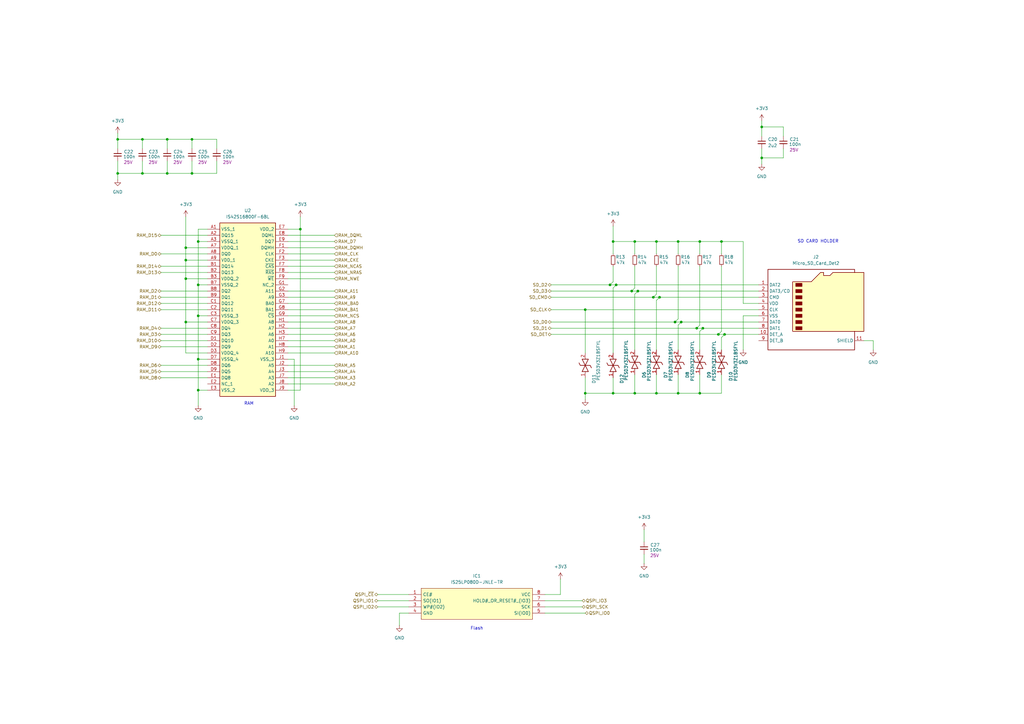
<source format=kicad_sch>
(kicad_sch (version 20231120) (generator "eeschema") (generator_version "8.0")
  (paper "A3")
  (lib_symbols
    (symbol "Chase_Diode:PESD3V3Z1BSFYL" (pin_names hide)
      (property "Reference" "D" (at 5.08 6.35 0))
      (property "Value" "PESD3V3Z1BSFYL" (at 5.08 3.81 0))
      (symbol "PESD3V3Z1BSFYL_1_1"
        (polyline (pts (xy 5.08 1.27) (xy 5.08 -1.27)) (stroke (width 0.254)))
        (polyline (pts (xy 5.08 1.27) (xy 7.62 0)) (stroke (width 0.254)))
        (polyline (pts (xy 7.62 -2.032) (xy 6.604 -2.54)) (stroke (width 0.254)))
        (polyline (pts (xy 7.62 -1.905) (xy 7.62 1.905)) (stroke (width 0.254)))
        (polyline (pts (xy 7.62 0) (xy 5.08 -1.27)) (stroke (width 0.254)))
        (polyline (pts (xy 7.62 0) (xy 10.16 1.27)) (stroke (width 0.254)))
        (polyline (pts (xy 8.636 2.54) (xy 7.62 2.032)) (stroke (width 0.254)))
        (polyline (pts (xy 10.16 -1.27) (xy 7.62 0)) (stroke (width 0.254)))
        (polyline (pts (xy 10.16 -1.27) (xy 10.16 1.27)) (stroke (width 0.254)))
        (pin passive line (at 2.54 0 0) (length 2.54) (name "K1") (number "1"))
        (pin passive line (at 12.7 0 180) (length 2.54) (name "K2") (number "2"))
      )
    )
    (symbol "Chase_mem_Flash:IS25LP080D-JNLE-TR" (pin_names (offset 0.762))
      (property "Reference" "IC" (at 52.07 7.62 0))
      (property "Value" "IS25LP080D-JNLE-TR" (at 52.07 5.08 0))
      (symbol "IS25LP080D-JNLE-TR_0_0"
        (pin passive line (at 0 0 0) (length 5.08) (name "CE#") (number "1"))
        (pin passive line (at 0 -2.54 0) (length 5.08) (name "SO(IO1)") (number "2"))
        (pin passive line (at 0 -5.08 0) (length 5.08) (name "WP#(IO2)") (number "3"))
        (pin passive line (at 0 -7.62 0) (length 5.08) (name "GND") (number "4"))
        (pin passive line (at 55.88 -7.62 180) (length 5.08) (name "SI(IO0)") (number "5"))
        (pin passive line (at 55.88 -5.08 180) (length 5.08) (name "SCK") (number "6"))
        (pin passive line (at 55.88 -2.54 180) (length 5.08) (name "HOLD#_OR_RESET#_(IO3)") (number "7"))
        (pin passive line (at 55.88 0 180) (length 5.08) (name "VCC") (number "8"))
      )
      (symbol "IS25LP080D-JNLE-TR_1_1"
        (polyline (pts (xy 5.08 2.54) (xy 50.8 2.54) (xy 50.8 -10.16) (xy 5.08 -10.16) (xy 5.08 2.54)) (stroke (width 0.1524)) (fill (type background)))
      )
    )
    (symbol "Chase_mem_RAM:IS42S16800F-6BL"
      (property "Reference" "IC" (at 29.21 7.62 0))
      (property "Value" "IS42S16800F-6BL" (at 29.21 5.08 0))
      (symbol "IS42S16800F-6BL_1_1"
        (rectangle (start 5.08 2.54) (end 27.94 -68.58) (stroke (width 0.254)) (fill (type background)))
        (pin passive line (at 0 0 0) (length 5.08) (name "VSS_1") (number "A1"))
        (pin passive line (at 0 -2.54 0) (length 5.08) (name "DQ15") (number "A2"))
        (pin passive line (at 0 -5.08 0) (length 5.08) (name "VSSQ_1") (number "A3"))
        (pin passive line (at 0 -7.62 0) (length 5.08) (name "VDDQ_1") (number "A7"))
        (pin passive line (at 0 -10.16 0) (length 5.08) (name "DQ0") (number "A8"))
        (pin passive line (at 0 -12.7 0) (length 5.08) (name "VDD_1") (number "A9"))
        (pin passive line (at 0 -15.24 0) (length 5.08) (name "DQ14") (number "B1"))
        (pin passive line (at 0 -17.78 0) (length 5.08) (name "DQ13") (number "B2"))
        (pin passive line (at 0 -20.32 0) (length 5.08) (name "VDDQ_2") (number "B3"))
        (pin passive line (at 0 -22.86 0) (length 5.08) (name "VSSQ_2") (number "B7"))
        (pin passive line (at 0 -25.4 0) (length 5.08) (name "DQ2") (number "B8"))
        (pin passive line (at 0 -27.94 0) (length 5.08) (name "DQ1") (number "B9"))
        (pin passive line (at 0 -30.48 0) (length 5.08) (name "DQ12") (number "C1"))
        (pin passive line (at 0 -33.02 0) (length 5.08) (name "DQ11") (number "C2"))
        (pin passive line (at 0 -35.56 0) (length 5.08) (name "VSSQ_3") (number "C3"))
        (pin passive line (at 0 -38.1 0) (length 5.08) (name "VDDQ_3") (number "C7"))
        (pin passive line (at 0 -40.64 0) (length 5.08) (name "DQ4") (number "C8"))
        (pin passive line (at 0 -43.18 0) (length 5.08) (name "DQ3") (number "C9"))
        (pin passive line (at 0 -45.72 0) (length 5.08) (name "DQ10") (number "D1"))
        (pin passive line (at 0 -48.26 0) (length 5.08) (name "DQ9") (number "D2"))
        (pin passive line (at 0 -50.8 0) (length 5.08) (name "VDDQ_4") (number "D3"))
        (pin passive line (at 0 -53.34 0) (length 5.08) (name "VSSQ_4") (number "D7"))
        (pin passive line (at 0 -55.88 0) (length 5.08) (name "DQ6") (number "D8"))
        (pin passive line (at 0 -58.42 0) (length 5.08) (name "DQ5") (number "D9"))
        (pin passive line (at 0 -60.96 0) (length 5.08) (name "DQ8") (number "E1"))
        (pin passive line (at 0 -63.5 0) (length 5.08) (name "NC_1") (number "E2"))
        (pin passive line (at 0 -66.04 0) (length 5.08) (name "VSS_2") (number "E3"))
        (pin passive line (at 33.02 0 180) (length 5.08) (name "VDD_2") (number "E7"))
        (pin passive line (at 33.02 -2.54 180) (length 5.08) (name "DQML") (number "E8"))
        (pin passive line (at 33.02 -5.08 180) (length 5.08) (name "DQ7") (number "E9"))
        (pin passive line (at 33.02 -7.62 180) (length 5.08) (name "DQMH") (number "F1"))
        (pin passive line (at 33.02 -10.16 180) (length 5.08) (name "CLK") (number "F2"))
        (pin passive line (at 33.02 -12.7 180) (length 5.08) (name "CKE") (number "F3"))
        (pin passive line (at 33.02 -15.24 180) (length 5.08) (name "~{CAS}") (number "F7"))
        (pin passive line (at 33.02 -17.78 180) (length 5.08) (name "~{RAS}") (number "F8"))
        (pin passive line (at 33.02 -20.32 180) (length 5.08) (name "~{WE}") (number "F9"))
        (pin passive line (at 33.02 -22.86 180) (length 5.08) (name "NC_2") (number "G1"))
        (pin passive line (at 33.02 -25.4 180) (length 5.08) (name "A11") (number "G2"))
        (pin passive line (at 33.02 -27.94 180) (length 5.08) (name "A9") (number "G3"))
        (pin passive line (at 33.02 -30.48 180) (length 5.08) (name "BA0") (number "G7"))
        (pin passive line (at 33.02 -33.02 180) (length 5.08) (name "BA1") (number "G8"))
        (pin passive line (at 33.02 -35.56 180) (length 5.08) (name "~{CS}") (number "G9"))
        (pin passive line (at 33.02 -38.1 180) (length 5.08) (name "A8") (number "H1"))
        (pin passive line (at 33.02 -40.64 180) (length 5.08) (name "A7") (number "H2"))
        (pin passive line (at 33.02 -43.18 180) (length 5.08) (name "A6") (number "H3"))
        (pin passive line (at 33.02 -45.72 180) (length 5.08) (name "A0") (number "H7"))
        (pin passive line (at 33.02 -48.26 180) (length 5.08) (name "A1") (number "H8"))
        (pin passive line (at 33.02 -50.8 180) (length 5.08) (name "A10") (number "H9"))
        (pin passive line (at 33.02 -53.34 180) (length 5.08) (name "VSS_3") (number "J1"))
        (pin passive line (at 33.02 -55.88 180) (length 5.08) (name "A5") (number "J2"))
        (pin passive line (at 33.02 -58.42 180) (length 5.08) (name "A4") (number "J3"))
        (pin passive line (at 33.02 -60.96 180) (length 5.08) (name "A3") (number "J7"))
        (pin passive line (at 33.02 -63.5 180) (length 5.08) (name "A2") (number "J8"))
        (pin passive line (at 33.02 -66.04 180) (length 5.08) (name "VDD_3") (number "J9"))
      )
    )
    (symbol "Connector:Micro_SD_Card_Det2"
      (property "Reference" "J" (at -16.51 17.78 0))
      (property "Value" "Micro_SD_Card_Det2" (at 16.51 17.78 0))
      (symbol "Micro_SD_Card_Det2_0_1"
        (rectangle (start -7.62 -6.985) (end -5.08 -8.255) (stroke (width 0.254)) (fill (type outline)))
        (rectangle (start -7.62 -4.445) (end -5.08 -5.715) (stroke (width 0.254)) (fill (type outline)))
        (rectangle (start -7.62 -1.905) (end -5.08 -3.175) (stroke (width 0.254)) (fill (type outline)))
        (rectangle (start -7.62 0.635) (end -5.08 -0.635) (stroke (width 0.254)) (fill (type outline)))
        (rectangle (start -7.62 3.175) (end -5.08 1.905) (stroke (width 0.254)) (fill (type outline)))
        (rectangle (start -7.62 5.715) (end -5.08 4.445) (stroke (width 0.254)) (fill (type outline)))
        (rectangle (start -7.62 8.255) (end -5.08 6.985) (stroke (width 0.254)) (fill (type outline)))
        (rectangle (start -7.62 10.795) (end -5.08 9.525) (stroke (width 0.254)) (fill (type outline)))
        (polyline (pts (xy 16.51 15.24) (xy 16.51 16.51) (xy -19.05 16.51) (xy -19.05 -16.51) (xy 16.51 -16.51) (xy 16.51 -8.89)) (stroke (width 0.254)))
        (polyline (pts (xy -8.89 -8.89) (xy -8.89 11.43) (xy -1.27 11.43) (xy 2.54 15.24) (xy 3.81 15.24) (xy 3.81 13.97) (xy 6.35 13.97) (xy 7.62 15.24) (xy 20.32 15.24) (xy 20.32 -8.89) (xy -8.89 -8.89)) (stroke (width 0.254)) (fill (type background)))
      )
      (symbol "Micro_SD_Card_Det2_1_1"
        (pin bidirectional line (at -22.86 10.16 0) (length 3.81) (name "DAT2") (number "1"))
        (pin passive line (at -22.86 -10.16 0) (length 3.81) (name "DET_A") (number "10"))
        (pin passive line (at 20.32 -12.7 180) (length 3.81) (name "SHIELD") (number "11"))
        (pin bidirectional line (at -22.86 7.62 0) (length 3.81) (name "DAT3/CD") (number "2"))
        (pin input line (at -22.86 5.08 0) (length 3.81) (name "CMD") (number "3"))
        (pin power_in line (at -22.86 2.54 0) (length 3.81) (name "VDD") (number "4"))
        (pin input line (at -22.86 0 0) (length 3.81) (name "CLK") (number "5"))
        (pin power_in line (at -22.86 -2.54 0) (length 3.81) (name "VSS") (number "6"))
        (pin bidirectional line (at -22.86 -5.08 0) (length 3.81) (name "DAT0") (number "7"))
        (pin bidirectional line (at -22.86 -7.62 0) (length 3.81) (name "DAT1") (number "8"))
        (pin passive line (at -22.86 -12.7 0) (length 3.81) (name "DET_B") (number "9"))
      )
    )
    (symbol "Device:C_Small" (pin_numbers hide) (pin_names (offset 0.254) hide)
      (property "Reference" "C" (at 0.254 1.778 0))
      (property "Value" "C_Small" (at 0.254 -2.032 0))
      (symbol "C_Small_0_1"
        (polyline (pts (xy -1.524 -0.508) (xy 1.524 -0.508)) (stroke (width 0.3302)))
        (polyline (pts (xy -1.524 0.508) (xy 1.524 0.508)) (stroke (width 0.3048)))
      )
      (symbol "C_Small_1_1"
        (pin passive line (at 0 2.54 270) (length 2.032) (name "~") (number "1"))
        (pin passive line (at 0 -2.54 90) (length 2.032) (name "~") (number "2"))
      )
    )
    (symbol "Device:R_Small" (pin_numbers hide) (pin_names (offset 0.254) hide)
      (property "Reference" "R" (at 0.762 0.508 0))
      (property "Value" "R_Small" (at 0.762 -1.016 0))
      (symbol "R_Small_0_1"
        (rectangle (start -0.762 1.778) (end 0.762 -1.778) (stroke (width 0.2032)))
      )
      (symbol "R_Small_1_1"
        (pin passive line (at 0 2.54 270) (length 0.762) (name "~") (number "1"))
        (pin passive line (at 0 -2.54 90) (length 0.762) (name "~") (number "2"))
      )
    )
    (symbol "power:+3V3" (power) (pin_numbers hide) (pin_names (offset 0) hide)
      (property "Value" "+3V3" (at 0 3.556 0))
      (symbol "+3V3_0_1"
        (polyline (pts (xy -0.762 1.27) (xy 0 2.54)))
        (polyline (pts (xy 0 0) (xy 0 2.54)))
        (polyline (pts (xy 0 2.54) (xy 0.762 1.27)))
      )
      (symbol "+3V3_1_1"
        (pin power_in line (at 0 0 90) (length 0) (name "~") (number "1"))
      )
    )
    (symbol "power:GND" (power) (pin_numbers hide) (pin_names (offset 0) hide)
      (property "Value" "GND" (at 0 -3.81 0))
      (symbol "GND_0_1"
        (polyline (pts (xy 0 0) (xy 0 -1.27) (xy 1.27 -1.27) (xy 0 -2.54) (xy -1.27 -1.27) (xy 0 -1.27)))
      )
      (symbol "GND_1_1"
        (pin power_in line (at 0 0 270) (length 0) (name "~") (number "1"))
      )
    )
  )
  (junction (at 251.46 99.06))
  (junction (at 123.19 93.98))
  (junction (at 68.58 71.12))
  (junction (at 297.18 137.16))
  (junction (at 76.2 101.6))
  (junction (at 294.64 137.16))
  (junction (at 251.46 161.29))
  (junction (at 279.4 132.08))
  (junction (at 81.28 99.06))
  (junction (at 269.24 99.06))
  (junction (at 250.19 116.84))
  (junction (at 259.08 119.38))
  (junction (at 76.2 132.08))
  (junction (at 48.26 57.15))
  (junction (at 240.03 161.29))
  (junction (at 278.13 161.29))
  (junction (at 78.74 71.12))
  (junction (at 58.42 71.12))
  (junction (at 78.74 57.15))
  (junction (at 287.02 161.29))
  (junction (at 81.28 129.54))
  (junction (at 260.35 99.06))
  (junction (at 295.91 99.06))
  (junction (at 261.62 119.38))
  (junction (at 76.2 106.68))
  (junction (at 260.35 161.29))
  (junction (at 58.42 57.15))
  (junction (at 312.42 52.07))
  (junction (at 312.42 64.77))
  (junction (at 252.73 116.84))
  (junction (at 278.13 99.06))
  (junction (at 288.29 134.62))
  (junction (at 285.75 134.62))
  (junction (at 287.02 99.06))
  (junction (at 269.24 161.29))
  (junction (at 81.28 160.02))
  (junction (at 68.58 57.15))
  (junction (at 81.28 116.84))
  (junction (at 240.03 127))
  (junction (at 270.51 121.92))
  (junction (at 48.26 71.12))
  (junction (at 267.97 121.92))
  (junction (at 81.28 147.32))
  (junction (at 76.2 114.3))
  (junction (at 276.86 132.08))
  (wire (pts (xy 118.11 144.78) (xy 137.16 144.78)))
  (wire (pts (xy 295.91 99.06) (xy 304.8 99.06)))
  (wire (pts (xy 118.11 142.24) (xy 137.16 142.24)))
  (wire (pts (xy 118.11 154.94) (xy 137.16 154.94)))
  (wire (pts (xy 295.91 135.89) (xy 294.64 137.16)))
  (wire (pts (xy 269.24 153.67) (xy 269.24 161.29)))
  (wire (pts (xy 66.04 152.4) (xy 85.09 152.4)))
  (wire (pts (xy 287.02 109.22) (xy 287.02 133.35)))
  (wire (pts (xy 264.16 227.33) (xy 264.16 231.14)))
  (wire (pts (xy 48.26 57.15) (xy 58.42 57.15)))
  (wire (pts (xy 66.04 149.86) (xy 85.09 149.86)))
  (wire (pts (xy 118.11 157.48) (xy 137.16 157.48)))
  (wire (pts (xy 223.52 251.46) (xy 240.03 251.46)))
  (wire (pts (xy 229.87 243.84) (xy 229.87 237.49)))
  (wire (pts (xy 118.11 109.22) (xy 137.16 109.22)))
  (wire (pts (xy 226.06 116.84) (xy 250.19 116.84)))
  (wire (pts (xy 118.11 119.38) (xy 137.16 119.38)))
  (wire (pts (xy 269.24 99.06) (xy 278.13 99.06)))
  (wire (pts (xy 85.09 93.98) (xy 81.28 93.98)))
  (wire (pts (xy 48.26 71.12) (xy 58.42 71.12)))
  (wire (pts (xy 304.8 129.54) (xy 304.8 143.51)))
  (wire (pts (xy 76.2 106.68) (xy 85.09 106.68)))
  (wire (pts (xy 118.11 93.98) (xy 123.19 93.98)))
  (wire (pts (xy 88.9 60.96) (xy 88.9 57.15)))
  (wire (pts (xy 118.11 101.6) (xy 137.16 101.6)))
  (wire (pts (xy 76.2 132.08) (xy 76.2 114.3)))
  (wire (pts (xy 251.46 118.11) (xy 252.73 116.84)))
  (wire (pts (xy 48.26 57.15) (xy 48.26 60.96)))
  (wire (pts (xy 252.73 116.84) (xy 311.15 116.84)))
  (wire (pts (xy 226.06 132.08) (xy 276.86 132.08)))
  (wire (pts (xy 285.75 134.62) (xy 288.29 134.62)))
  (wire (pts (xy 81.28 99.06) (xy 81.28 116.84)))
  (wire (pts (xy 66.04 134.62) (xy 85.09 134.62)))
  (wire (pts (xy 68.58 71.12) (xy 78.74 71.12)))
  (wire (pts (xy 118.11 99.06) (xy 137.16 99.06)))
  (wire (pts (xy 118.11 127) (xy 137.16 127)))
  (wire (pts (xy 270.51 121.92) (xy 311.15 121.92)))
  (wire (pts (xy 287.02 99.06) (xy 287.02 104.14)))
  (wire (pts (xy 85.09 160.02) (xy 81.28 160.02)))
  (wire (pts (xy 118.11 134.62) (xy 137.16 134.62)))
  (wire (pts (xy 261.62 119.38) (xy 311.15 119.38)))
  (wire (pts (xy 68.58 57.15) (xy 68.58 60.96)))
  (wire (pts (xy 312.42 52.07) (xy 312.42 55.88)))
  (wire (pts (xy 66.04 111.76) (xy 85.09 111.76)))
  (wire (pts (xy 260.35 99.06) (xy 269.24 99.06)))
  (wire (pts (xy 278.13 143.51) (xy 278.13 133.35)))
  (wire (pts (xy 311.15 129.54) (xy 304.8 129.54)))
  (wire (pts (xy 66.04 121.92) (xy 85.09 121.92)))
  (wire (pts (xy 260.35 161.29) (xy 269.24 161.29)))
  (wire (pts (xy 81.28 129.54) (xy 81.28 147.32)))
  (wire (pts (xy 66.04 124.46) (xy 85.09 124.46)))
  (wire (pts (xy 240.03 161.29) (xy 240.03 163.83)))
  (wire (pts (xy 269.24 161.29) (xy 278.13 161.29)))
  (wire (pts (xy 118.11 129.54) (xy 137.16 129.54)))
  (wire (pts (xy 118.11 160.02) (xy 123.19 160.02)))
  (wire (pts (xy 260.35 118.11) (xy 259.08 119.38)))
  (wire (pts (xy 226.06 134.62) (xy 285.75 134.62)))
  (wire (pts (xy 85.09 147.32) (xy 81.28 147.32)))
  (wire (pts (xy 294.64 137.16) (xy 297.18 137.16)))
  (wire (pts (xy 251.46 115.57) (xy 250.19 116.84)))
  (wire (pts (xy 278.13 109.22) (xy 278.13 130.81)))
  (wire (pts (xy 321.31 60.96) (xy 321.31 64.77)))
  (wire (pts (xy 223.52 243.84) (xy 229.87 243.84)))
  (wire (pts (xy 154.94 243.84) (xy 167.64 243.84)))
  (wire (pts (xy 118.11 149.86) (xy 137.16 149.86)))
  (wire (pts (xy 251.46 92.71) (xy 251.46 99.06)))
  (wire (pts (xy 312.42 64.77) (xy 312.42 67.31)))
  (wire (pts (xy 240.03 127) (xy 311.15 127)))
  (wire (pts (xy 118.11 147.32) (xy 120.65 147.32)))
  (wire (pts (xy 118.11 139.7) (xy 137.16 139.7)))
  (wire (pts (xy 251.46 99.06) (xy 260.35 99.06)))
  (wire (pts (xy 288.29 134.62) (xy 311.15 134.62)))
  (wire (pts (xy 287.02 143.51) (xy 287.02 135.89)))
  (wire (pts (xy 66.04 154.94) (xy 85.09 154.94)))
  (wire (pts (xy 118.11 104.14) (xy 137.16 104.14)))
  (wire (pts (xy 251.46 161.29) (xy 260.35 161.29)))
  (wire (pts (xy 295.91 153.67) (xy 295.91 161.29)))
  (wire (pts (xy 48.26 54.61) (xy 48.26 57.15)))
  (wire (pts (xy 78.74 57.15) (xy 78.74 60.96)))
  (wire (pts (xy 66.04 139.7) (xy 85.09 139.7)))
  (wire (pts (xy 88.9 66.04) (xy 88.9 71.12)))
  (wire (pts (xy 85.09 99.06) (xy 81.28 99.06)))
  (wire (pts (xy 251.46 109.22) (xy 251.46 115.57)))
  (wire (pts (xy 264.16 217.17) (xy 264.16 222.25)))
  (wire (pts (xy 154.94 246.38) (xy 167.64 246.38)))
  (wire (pts (xy 269.24 123.19) (xy 270.51 121.92)))
  (wire (pts (xy 279.4 132.08) (xy 311.15 132.08)))
  (wire (pts (xy 295.91 143.51) (xy 295.91 138.43)))
  (wire (pts (xy 269.24 143.51) (xy 269.24 123.19)))
  (wire (pts (xy 85.09 144.78) (xy 76.2 144.78)))
  (wire (pts (xy 58.42 57.15) (xy 68.58 57.15)))
  (wire (pts (xy 76.2 101.6) (xy 76.2 106.68)))
  (wire (pts (xy 167.64 251.46) (xy 163.83 251.46)))
  (wire (pts (xy 78.74 66.04) (xy 78.74 71.12)))
  (wire (pts (xy 76.2 114.3) (xy 76.2 106.68)))
  (wire (pts (xy 287.02 135.89) (xy 288.29 134.62)))
  (wire (pts (xy 304.8 99.06) (xy 304.8 124.46)))
  (wire (pts (xy 240.03 154.94) (xy 240.03 161.29)))
  (wire (pts (xy 312.42 49.53) (xy 312.42 52.07)))
  (wire (pts (xy 78.74 71.12) (xy 88.9 71.12)))
  (wire (pts (xy 81.28 160.02) (xy 81.28 166.37)))
  (wire (pts (xy 66.04 96.52) (xy 85.09 96.52)))
  (wire (pts (xy 81.28 147.32) (xy 81.28 160.02)))
  (wire (pts (xy 118.11 111.76) (xy 137.16 111.76)))
  (wire (pts (xy 68.58 66.04) (xy 68.58 71.12)))
  (wire (pts (xy 48.26 66.04) (xy 48.26 71.12)))
  (wire (pts (xy 68.58 57.15) (xy 78.74 57.15)))
  (wire (pts (xy 260.35 153.67) (xy 260.35 161.29)))
  (wire (pts (xy 81.28 116.84) (xy 81.28 129.54)))
  (wire (pts (xy 251.46 99.06) (xy 251.46 104.14)))
  (wire (pts (xy 297.18 137.16) (xy 311.15 137.16)))
  (wire (pts (xy 260.35 109.22) (xy 260.35 118.11)))
  (wire (pts (xy 123.19 93.98) (xy 123.19 88.9)))
  (wire (pts (xy 118.11 152.4) (xy 137.16 152.4)))
  (wire (pts (xy 226.06 137.16) (xy 294.64 137.16)))
  (wire (pts (xy 321.31 55.88) (xy 321.31 52.07)))
  (wire (pts (xy 66.04 127) (xy 85.09 127)))
  (wire (pts (xy 287.02 153.67) (xy 287.02 161.29)))
  (wire (pts (xy 85.09 132.08) (xy 76.2 132.08)))
  (wire (pts (xy 48.26 71.12) (xy 48.26 73.66)))
  (wire (pts (xy 118.11 137.16) (xy 137.16 137.16)))
  (wire (pts (xy 295.91 138.43) (xy 297.18 137.16)))
  (wire (pts (xy 154.94 248.92) (xy 167.64 248.92)))
  (wire (pts (xy 226.06 127) (xy 240.03 127)))
  (wire (pts (xy 118.11 121.92) (xy 137.16 121.92)))
  (wire (pts (xy 267.97 121.92) (xy 270.51 121.92)))
  (wire (pts (xy 76.2 144.78) (xy 76.2 132.08)))
  (wire (pts (xy 312.42 52.07) (xy 321.31 52.07)))
  (wire (pts (xy 223.52 248.92) (xy 238.76 248.92)))
  (wire (pts (xy 287.02 133.35) (xy 285.75 134.62)))
  (wire (pts (xy 66.04 142.24) (xy 85.09 142.24)))
  (wire (pts (xy 269.24 109.22) (xy 269.24 120.65)))
  (wire (pts (xy 81.28 93.98) (xy 81.28 99.06)))
  (wire (pts (xy 226.06 119.38) (xy 259.08 119.38)))
  (wire (pts (xy 260.35 143.51) (xy 260.35 120.65)))
  (wire (pts (xy 269.24 120.65) (xy 267.97 121.92)))
  (wire (pts (xy 223.52 246.38) (xy 238.76 246.38)))
  (wire (pts (xy 260.35 99.06) (xy 260.35 104.14)))
  (wire (pts (xy 295.91 109.22) (xy 295.91 135.89)))
  (wire (pts (xy 278.13 133.35) (xy 279.4 132.08)))
  (wire (pts (xy 251.46 144.78) (xy 251.46 118.11)))
  (wire (pts (xy 58.42 66.04) (xy 58.42 71.12)))
  (wire (pts (xy 278.13 130.81) (xy 276.86 132.08)))
  (wire (pts (xy 118.11 114.3) (xy 137.16 114.3)))
  (wire (pts (xy 278.13 99.06) (xy 287.02 99.06)))
  (wire (pts (xy 85.09 116.84) (xy 81.28 116.84)))
  (wire (pts (xy 278.13 153.67) (xy 278.13 161.29)))
  (wire (pts (xy 58.42 71.12) (xy 68.58 71.12)))
  (wire (pts (xy 78.74 57.15) (xy 88.9 57.15)))
  (wire (pts (xy 240.03 127) (xy 240.03 144.78)))
  (wire (pts (xy 123.19 93.98) (xy 123.19 160.02)))
  (wire (pts (xy 287.02 99.06) (xy 295.91 99.06)))
  (wire (pts (xy 312.42 64.77) (xy 321.31 64.77)))
  (wire (pts (xy 295.91 99.06) (xy 295.91 104.14)))
  (wire (pts (xy 250.19 116.84) (xy 252.73 116.84)))
  (wire (pts (xy 163.83 251.46) (xy 163.83 256.54)))
  (wire (pts (xy 278.13 161.29) (xy 287.02 161.29)))
  (wire (pts (xy 118.11 124.46) (xy 137.16 124.46)))
  (wire (pts (xy 118.11 106.68) (xy 137.16 106.68)))
  (wire (pts (xy 66.04 109.22) (xy 85.09 109.22)))
  (wire (pts (xy 76.2 88.9) (xy 76.2 101.6)))
  (wire (pts (xy 278.13 99.06) (xy 278.13 104.14)))
  (wire (pts (xy 354.33 139.7) (xy 358.14 139.7)))
  (wire (pts (xy 260.35 120.65) (xy 261.62 119.38)))
  (wire (pts (xy 269.24 99.06) (xy 269.24 104.14)))
  (wire (pts (xy 312.42 60.96) (xy 312.42 64.77)))
  (wire (pts (xy 85.09 114.3) (xy 76.2 114.3)))
  (wire (pts (xy 85.09 129.54) (xy 81.28 129.54)))
  (wire (pts (xy 287.02 161.29) (xy 295.91 161.29)))
  (wire (pts (xy 259.08 119.38) (xy 261.62 119.38)))
  (wire (pts (xy 66.04 104.14) (xy 85.09 104.14)))
  (wire (pts (xy 118.11 132.08) (xy 137.16 132.08)))
  (wire (pts (xy 76.2 101.6) (xy 85.09 101.6)))
  (wire (pts (xy 120.65 147.32) (xy 120.65 166.37)))
  (wire (pts (xy 240.03 161.29) (xy 251.46 161.29)))
  (wire (pts (xy 304.8 124.46) (xy 311.15 124.46)))
  (wire (pts (xy 118.11 96.52) (xy 137.16 96.52)))
  (wire (pts (xy 276.86 132.08) (xy 279.4 132.08)))
  (wire (pts (xy 58.42 57.15) (xy 58.42 60.96)))
  (wire (pts (xy 66.04 137.16) (xy 85.09 137.16)))
  (wire (pts (xy 226.06 121.92) (xy 267.97 121.92)))
  (wire (pts (xy 251.46 154.94) (xy 251.46 161.29)))
  (wire (pts (xy 358.14 139.7) (xy 358.14 143.51)))
  (wire (pts (xy 66.04 119.38) (xy 85.09 119.38)))
  (text "SD CARD HOLDER" (at 335.534 99.06 0) (effects (font (size 1.27 1.27))))
  (text "RAM" (at 102.108 165.608 0) (effects (font (size 1.27 1.27))))
  (text "Flash" (at 195.58 257.81 0) (effects (font (size 1.27 1.27))))
  (hierarchical_label "QSPI_SCK" (shape bidirectional) (at 238.76 248.92 0))
  (hierarchical_label "RAM_D9" (shape bidirectional) (at 66.04 142.24 180))
  (hierarchical_label "SD_DET" (shape bidirectional) (at 226.06 137.16 180))
  (hierarchical_label "RAM_D11" (shape bidirectional) (at 66.04 127 180))
  (hierarchical_label "RAM_A4" (shape input) (at 137.16 152.4 0))
  (hierarchical_label "QSPI_~{CE}" (shape bidirectional) (at 154.94 243.84 180))
  (hierarchical_label "RAM_NCS" (shape input) (at 137.16 129.54 0))
  (hierarchical_label "RAM_A0" (shape input) (at 137.16 139.7 0))
  (hierarchical_label "SD_CMD" (shape bidirectional) (at 226.06 121.92 180))
  (hierarchical_label "RAM_D7" (shape bidirectional) (at 137.16 99.06 0))
  (hierarchical_label "RAM_D10" (shape bidirectional) (at 66.04 139.7 180))
  (hierarchical_label "QSPI_IO0" (shape bidirectional) (at 240.03 251.46 0))
  (hierarchical_label "RAM_D13" (shape bidirectional) (at 66.04 111.76 180))
  (hierarchical_label "RAM_D15" (shape bidirectional) (at 66.04 96.52 180))
  (hierarchical_label "RAM_NRAS" (shape input) (at 137.16 111.76 0))
  (hierarchical_label "RAM_D5" (shape bidirectional) (at 66.04 152.4 180))
  (hierarchical_label "QSPI_IO2" (shape bidirectional) (at 154.94 248.92 180))
  (hierarchical_label "RAM_D6" (shape bidirectional) (at 66.04 149.86 180))
  (hierarchical_label "RAM_A11" (shape input) (at 137.16 119.38 0))
  (hierarchical_label "RAM_A6" (shape input) (at 137.16 137.16 0))
  (hierarchical_label "RAM_A10" (shape input) (at 137.16 144.78 0))
  (hierarchical_label "RAM_NCAS" (shape input) (at 137.16 109.22 0))
  (hierarchical_label "RAM_A1" (shape input) (at 137.16 142.24 0))
  (hierarchical_label "RAM_A5" (shape input) (at 137.16 149.86 0))
  (hierarchical_label "RAM_DQML" (shape input) (at 137.16 96.52 0))
  (hierarchical_label "RAM_CLK" (shape input) (at 137.16 104.14 0))
  (hierarchical_label "RAM_NWE" (shape input) (at 137.16 114.3 0))
  (hierarchical_label "QSPI_IO3" (shape bidirectional) (at 238.76 246.38 0))
  (hierarchical_label "RAM_D1" (shape bidirectional) (at 66.04 121.92 180))
  (hierarchical_label "RAM_A9" (shape input) (at 137.16 121.92 0))
  (hierarchical_label "RAM_D8" (shape bidirectional) (at 66.04 154.94 180))
  (hierarchical_label "RAM_A8" (shape input) (at 137.16 132.08 0))
  (hierarchical_label "RAM_D3" (shape bidirectional) (at 66.04 137.16 180))
  (hierarchical_label "QSPI_IO1" (shape bidirectional) (at 154.94 246.38 180))
  (hierarchical_label "RAM_BA0" (shape input) (at 137.16 124.46 0))
  (hierarchical_label "RAM_CKE" (shape input) (at 137.16 106.68 0))
  (hierarchical_label "RAM_D12" (shape bidirectional) (at 66.04 124.46 180))
  (hierarchical_label "RAM_A2" (shape input) (at 137.16 157.48 0))
  (hierarchical_label "SD_CLK" (shape bidirectional) (at 226.06 127 180))
  (hierarchical_label "RAM_D4" (shape bidirectional) (at 66.04 134.62 180))
  (hierarchical_label "RAM_D0" (shape bidirectional) (at 66.04 104.14 180))
  (hierarchical_label "RAM_A7" (shape input) (at 137.16 134.62 0))
  (hierarchical_label "SD_D3" (shape bidirectional) (at 226.06 119.38 180))
  (hierarchical_label "SD_D2" (shape bidirectional) (at 226.06 116.84 180))
  (hierarchical_label "RAM_D2" (shape bidirectional) (at 66.04 119.38 180))
  (hierarchical_label "RAM_BA1" (shape input) (at 137.16 127 0))
  (hierarchical_label "RAM_A3" (shape input) (at 137.16 154.94 0))
  (hierarchical_label "RAM_DQMH" (shape input) (at 137.16 101.6 0))
  (hierarchical_label "SD_D0" (shape bidirectional) (at 226.06 132.08 180))
  (hierarchical_label "SD_D1" (shape bidirectional) (at 226.06 134.62 180))
  (hierarchical_label "RAM_D14" (shape bidirectional) (at 66.04 109.22 180))
  (symbol (lib_id "Device:R_Small") (at 260.35 106.68 0) (unit 1)
    (property "Reference" "R14" (at 261.366 105.41 0) (effects (justify left)))
    (property "Value" "47k" (at 261.62 107.696 0) (effects (justify left)))
    (property "Footprint" "Resistor_SMD:R_01005_0402Metric" (effects (hide yes)))
    (property "Description" "Resistor, small symbol" (effects (hide yes)))
  )
  (symbol (lib_id "Device:R_Small") (at 287.02 106.68 0) (unit 1)
    (property "Reference" "R17" (at 288.036 105.41 0) (effects (justify left)))
    (property "Value" "47k" (at 288.29 107.696 0) (effects (justify left)))
    (property "Footprint" "Resistor_SMD:R_01005_0402Metric" (effects (hide yes)))
    (property "Description" "Resistor, small symbol" (effects (hide yes)))
  )
  (symbol (lib_id "Connector:Micro_SD_Card_Det2") (at 334.01 127 0) (unit 1)
    (property "Reference" "J2" (at 334.645 105.41 0))
    (property "Value" "Micro_SD_Card_Det2" (at 334.645 107.95 0))
    (property "Footprint" "Connector_Card:microSD_HC_Molex_104031-0811" (effects (hide yes)))
    (property "Datasheet" "https://www.hirose.com/en/product/document?clcode=&productname=&series=DM3&documenttype=Catalog&lang=en&documentid=D49662_en" (effects (hide yes)))
    (property "Description" "Micro SD Card Socket with two card detection pins" (effects (hide yes)))
  )
  (symbol (lib_id "power:GND") (at 312.42 67.31 0) (unit 1)
    (property "Reference" "#PWR020" (effects (hide yes)))
    (property "Value" "GND" (at 312.42 72.39 0))
    (property "Description" "Power symbol creates a global label with name \"GND\" , ground" (effects (hide yes)))
  )
  (symbol (lib_id "power:+3V3") (at 123.19 88.9 0) (unit 1)
    (property "Reference" "#PWR023" (effects (hide yes)))
    (property "Value" "+3V3" (at 123.19 83.82 0))
    (property "Description" "Power symbol creates a global label with name \"+3V3\"" (effects (hide yes)))
  )
  (symbol (lib_id "Chase_mem_Flash:IS25LP080D-JNLE-TR") (at 167.64 243.84 0) (unit 1)
    (property "Reference" "IC1" (at 195.58 236.22 0))
    (property "Value" "IS25LP080D-JNLE-TR" (at 195.58 238.76 0))
    (property "Description" "8MB QSPI, 8-PIN SOP 150MIL, RO" (effects (hide yes)))
    (property "Height" "1.75" (effects (hide yes)))
    (property "Mouser Part Number" "870-IS25LP080DJNLETR" (effects (hide yes)))
    (property "Mouser Price/Stock" "https://www.mouser.co.uk/ProductDetail/ISSI/IS25LP080D-JNLE-TR?qs=pif5%252B9MYt0VkH9msMJ5aTQ%3D%3D" (effects (hide yes)))
    (property "Manufacturer_Name" "Integrated Silicon Solution Inc." (effects (hide yes)))
    (property "Manufacturer_Part_Number" "IS25LP080D-JNLE-TR" (effects (hide yes)))
  )
  (symbol (lib_id "Device:R_Small") (at 278.13 106.68 0) (unit 1)
    (property "Reference" "R16" (at 279.146 105.41 0) (effects (justify left)))
    (property "Value" "47k" (at 279.4 107.696 0) (effects (justify left)))
    (property "Footprint" "Resistor_SMD:R_01005_0402Metric" (effects (hide yes)))
    (property "Description" "Resistor, small symbol" (effects (hide yes)))
  )
  (symbol (lib_id "power:+3V3") (at 264.16 217.17 0) (unit 1)
    (property "Reference" "#PWR030" (effects (hide yes)))
    (property "Value" "+3V3" (at 264.16 212.09 0))
    (property "Description" "Power symbol creates a global label with name \"+3V3\"" (effects (hide yes)))
  )
  (symbol (lib_id "power:+3V3") (at 76.2 88.9 0) (unit 1)
    (property "Reference" "#PWR022" (effects (hide yes)))
    (property "Value" "+3V3" (at 76.2 83.82 0))
    (property "Description" "Power symbol creates a global label with name \"+3V3\"" (effects (hide yes)))
  )
  (symbol (lib_id "power:+3V3") (at 48.26 54.61 0) (unit 1)
    (property "Reference" "#PWR019" (effects (hide yes)))
    (property "Value" "+3V3" (at 48.26 49.53 0))
    (property "Description" "Power symbol creates a global label with name \"+3V3\"" (effects (hide yes)))
  )
  (symbol (lib_id "Chase_Diode:PESD3V3Z1BSFYL") (at 287.02 156.21 90) (unit 1)
    (property "Reference" "D9" (at 290.83 152.4 0) (effects (justify right)))
    (property "Value" "PESD3V3Z1BSFYL" (at 292.862 139.7 0) (effects (justify right)))
    (property "Datasheet" "https://assets.nexperia.com/documents/data-sheet/PESD3V3Z1BSF.pdf" (effects (hide yes)))
    (property "Description" "PESD3V3Z1BSF - Extremely low capacitance bidirectional ESD protection diode" (effects (hide yes)))
    (property "Mouser Part Number" "771-PESD3V3Z1BSFYL" (effects (hide yes)))
    (property "Mouser Price/Stock" "https://www.mouser.co.uk/ProductDetail/Nexperia/PESD3V3Z1BSFYL?qs=%252BEew9%252B0nqrB3Csg8iRki7Q%3D%3D" (effects (hide yes)))
    (property "Manufacturer_Name" "Nexperia" (effects (hide yes)))
    (property "Manufacturer_Part_Number" "PESD3V3Z1BSFYL" (effects (hide yes)))
  )
  (symbol (lib_id "Device:R_Small") (at 269.24 106.68 0) (unit 1)
    (property "Reference" "R15" (at 270.256 105.41 0) (effects (justify left)))
    (property "Value" "47k" (at 270.51 107.696 0) (effects (justify left)))
    (property "Footprint" "Resistor_SMD:R_01005_0402Metric" (effects (hide yes)))
    (property "Description" "Resistor, small symbol" (effects (hide yes)))
  )
  (symbol (lib_id "Chase_Diode:PESD3V3Z1BSFYL") (at 251.46 157.48 90) (unit 1)
    (property "Reference" "D12" (at 255.016 153.416 0) (effects (justify right)))
    (property "Value" "PESD3V3Z1BSFYL" (at 256.794 139.446 0) (effects (justify right)))
    (property "Datasheet" "https://assets.nexperia.com/documents/data-sheet/PESD3V3Z1BSF.pdf" (effects (hide yes)))
    (property "Description" "PESD3V3Z1BSF - Extremely low capacitance bidirectional ESD protection diode" (effects (hide yes)))
    (property "Mouser Part Number" "771-PESD3V3Z1BSFYL" (effects (hide yes)))
    (property "Mouser Price/Stock" "https://www.mouser.co.uk/ProductDetail/Nexperia/PESD3V3Z1BSFYL?qs=%252BEew9%252B0nqrB3Csg8iRki7Q%3D%3D" (effects (hide yes)))
    (property "Manufacturer_Name" "Nexperia" (effects (hide yes)))
    (property "Manufacturer_Part_Number" "PESD3V3Z1BSFYL" (effects (hide yes)))
  )
  (symbol (lib_id "Chase_Diode:PESD3V3Z1BSFYL") (at 278.13 156.21 90) (unit 1)
    (property "Reference" "D8" (at 281.94 152.4 0) (effects (justify right)))
    (property "Value" "PESD3V3Z1BSFYL" (at 283.972 139.7 0) (effects (justify right)))
    (property "Datasheet" "https://assets.nexperia.com/documents/data-sheet/PESD3V3Z1BSF.pdf" (effects (hide yes)))
    (property "Description" "PESD3V3Z1BSF - Extremely low capacitance bidirectional ESD protection diode" (effects (hide yes)))
    (property "Mouser Part Number" "771-PESD3V3Z1BSFYL" (effects (hide yes)))
    (property "Mouser Price/Stock" "https://www.mouser.co.uk/ProductDetail/Nexperia/PESD3V3Z1BSFYL?qs=%252BEew9%252B0nqrB3Csg8iRki7Q%3D%3D" (effects (hide yes)))
    (property "Manufacturer_Name" "Nexperia" (effects (hide yes)))
    (property "Manufacturer_Part_Number" "PESD3V3Z1BSFYL" (effects (hide yes)))
  )
  (symbol (lib_id "Chase_Diode:PESD3V3Z1BSFYL") (at 260.35 156.21 90) (unit 1)
    (property "Reference" "D6" (at 264.16 152.4 0) (effects (justify right)))
    (property "Value" "PESD3V3Z1BSFYL" (at 266.192 139.7 0) (effects (justify right)))
    (property "Datasheet" "https://assets.nexperia.com/documents/data-sheet/PESD3V3Z1BSF.pdf" (effects (hide yes)))
    (property "Description" "PESD3V3Z1BSF - Extremely low capacitance bidirectional ESD protection diode" (effects (hide yes)))
    (property "Mouser Part Number" "771-PESD3V3Z1BSFYL" (effects (hide yes)))
    (property "Mouser Price/Stock" "https://www.mouser.co.uk/ProductDetail/Nexperia/PESD3V3Z1BSFYL?qs=%252BEew9%252B0nqrB3Csg8iRki7Q%3D%3D" (effects (hide yes)))
    (property "Manufacturer_Name" "Nexperia" (effects (hide yes)))
    (property "Manufacturer_Part_Number" "PESD3V3Z1BSFYL" (effects (hide yes)))
  )
  (symbol (lib_id "Device:C_Small") (at 58.42 63.5 0) (unit 1)
    (property "Reference" "C23" (at 60.96 62.2362 0) (effects (justify left)))
    (property "Value" "100n" (at 60.706 64.262 0) (effects (justify left)))
    (property "Footprint" "Capacitor_SMD:C_0402_1005Metric" (effects (hide yes)))
    (property "Description" "Unpolarized capacitor, small symbol" (effects (hide yes)))
    (property "MPN" "MBAST105SB7104KFNA01" (effects (hide yes)))
    (property "MF" "TAIYO YUDEN " (effects (hide yes)))
    (property "OC_MOUSER" "963-BAST105SB7104KF" (effects (hide yes)))
    (property "Voltage" "25V" (at 62.738 66.548 0))
  )
  (symbol (lib_id "Chase_mem_RAM:IS42S16800F-6BL") (at 85.09 93.98 0) (unit 1)
    (property "Reference" "U2" (at 101.6 86.36 0))
    (property "Value" "IS42S16800F-6BL" (at 101.6 88.9 0))
    (property "Description" "DRAM 128M 8Mx16 166Mhz SDR SDRAM, 3.3V" (effects (hide yes)))
    (property "Height" "1.2" (effects (hide yes)))
    (property "Mouser Part Number" "870-IS42S16800F-6BL" (effects (hide yes)))
    (property "Mouser Price/Stock" "https://www.mouser.co.uk/ProductDetail/ISSI/IS42S16800F-6BL?qs=DfG0HhEx1UUGNCHPCR0H3Q%3D%3D" (effects (hide yes)))
    (property "Manufacturer_Name" "Integrated Silicon Solution Inc." (effects (hide yes)))
    (property "Manufacturer_Part_Number" "IS42S16800F-6BL" (effects (hide yes)))
  )
  (symbol (lib_id "power:GND") (at 48.26 73.66 0) (unit 1)
    (property "Reference" "#PWR021" (effects (hide yes)))
    (property "Value" "GND" (at 48.26 78.74 0))
    (property "Description" "Power symbol creates a global label with name \"GND\" , ground" (effects (hide yes)))
  )
  (symbol (lib_id "Chase_Diode:PESD3V3Z1BSFYL") (at 269.24 156.21 90) (unit 1)
    (property "Reference" "D7" (at 273.05 152.4 0) (effects (justify right)))
    (property "Value" "PESD3V3Z1BSFYL" (at 275.082 139.7 0) (effects (justify right)))
    (property "Datasheet" "https://assets.nexperia.com/documents/data-sheet/PESD3V3Z1BSF.pdf" (effects (hide yes)))
    (property "Description" "PESD3V3Z1BSF - Extremely low capacitance bidirectional ESD protection diode" (effects (hide yes)))
    (property "Mouser Part Number" "771-PESD3V3Z1BSFYL" (effects (hide yes)))
    (property "Mouser Price/Stock" "https://www.mouser.co.uk/ProductDetail/Nexperia/PESD3V3Z1BSFYL?qs=%252BEew9%252B0nqrB3Csg8iRki7Q%3D%3D" (effects (hide yes)))
    (property "Manufacturer_Name" "Nexperia" (effects (hide yes)))
    (property "Manufacturer_Part_Number" "PESD3V3Z1BSFYL" (effects (hide yes)))
  )
  (symbol (lib_id "power:GND") (at 240.03 163.83 0) (unit 1)
    (property "Reference" "#PWR027" (effects (hide yes)))
    (property "Value" "GND" (at 240.03 168.91 0))
    (property "Description" "Power symbol creates a global label with name \"GND\" , ground" (effects (hide yes)))
  )
  (symbol (lib_id "power:GND") (at 81.28 166.37 0) (unit 1)
    (property "Reference" "#PWR028" (effects (hide yes)))
    (property "Value" "GND" (at 81.28 171.45 0))
    (property "Description" "Power symbol creates a global label with name \"GND\" , ground" (effects (hide yes)))
  )
  (symbol (lib_id "power:GND") (at 358.14 143.51 0) (unit 1)
    (property "Reference" "#PWR026" (effects (hide yes)))
    (property "Value" "GND" (at 358.14 148.59 0))
    (property "Description" "Power symbol creates a global label with name \"GND\" , ground" (effects (hide yes)))
  )
  (symbol (lib_id "Device:C_Small") (at 264.16 224.79 0) (unit 1)
    (property "Reference" "C27" (at 266.7 223.5262 0) (effects (justify left)))
    (property "Value" "100n" (at 266.446 225.552 0) (effects (justify left)))
    (property "Footprint" "Capacitor_SMD:C_0402_1005Metric" (effects (hide yes)))
    (property "Description" "Unpolarized capacitor, small symbol" (effects (hide yes)))
    (property "MPN" "MBAST105SB7104KFNA01" (effects (hide yes)))
    (property "MF" "TAIYO YUDEN " (effects (hide yes)))
    (property "OC_MOUSER" "963-BAST105SB7104KF" (effects (hide yes)))
    (property "Voltage" "25V" (at 268.478 227.838 0))
  )
  (symbol (lib_id "power:GND") (at 304.8 143.51 0) (unit 1)
    (property "Reference" "#PWR025" (effects (hide yes)))
    (property "Value" "GND" (at 304.8 148.59 0))
    (property "Description" "Power symbol creates a global label with name \"GND\" , ground" (effects (hide yes)))
  )
  (symbol (lib_id "Device:C_Small") (at 321.31 58.42 0) (unit 1)
    (property "Reference" "C21" (at 323.85 57.1562 0) (effects (justify left)))
    (property "Value" "100n" (at 323.596 59.182 0) (effects (justify left)))
    (property "Footprint" "Capacitor_SMD:C_0402_1005Metric" (effects (hide yes)))
    (property "Description" "Unpolarized capacitor, small symbol" (effects (hide yes)))
    (property "MPN" "MBAST105SB7104KFNA01" (effects (hide yes)))
    (property "MF" "TAIYO YUDEN " (effects (hide yes)))
    (property "OC_MOUSER" "963-BAST105SB7104KF" (effects (hide yes)))
    (property "Voltage" "25V" (at 325.628 61.468 0))
  )
  (symbol (lib_id "Device:C_Small") (at 68.58 63.5 0) (unit 1)
    (property "Reference" "C24" (at 71.12 62.2362 0) (effects (justify left)))
    (property "Value" "100n" (at 70.866 64.262 0) (effects (justify left)))
    (property "Footprint" "Capacitor_SMD:C_0402_1005Metric" (effects (hide yes)))
    (property "Description" "Unpolarized capacitor, small symbol" (effects (hide yes)))
    (property "MPN" "MBAST105SB7104KFNA01" (effects (hide yes)))
    (property "MF" "TAIYO YUDEN " (effects (hide yes)))
    (property "OC_MOUSER" "963-BAST105SB7104KF" (effects (hide yes)))
    (property "Voltage" "25V" (at 72.898 66.548 0))
  )
  (symbol (lib_id "Device:R_Small") (at 251.46 106.68 0) (unit 1)
    (property "Reference" "R13" (at 252.476 105.41 0) (effects (justify left)))
    (property "Value" "47k" (at 252.73 107.696 0) (effects (justify left)))
    (property "Footprint" "Resistor_SMD:R_01005_0402Metric" (effects (hide yes)))
    (property "Description" "Resistor, small symbol" (effects (hide yes)))
  )
  (symbol (lib_id "Device:C_Small") (at 312.42 58.42 0) (unit 1)
    (property "Reference" "C20" (at 314.96 57.1562 0) (effects (justify left)))
    (property "Value" "2u2" (at 314.96 59.6962 0) (effects (justify left)))
    (property "Footprint" "Capacitor_SMD:C_0402_1005Metric" (effects (hide yes)))
    (property "Description" "Unpolarized capacitor, small symbol" (effects (hide yes)))
    (property "MPN" "GRM155Z71A225KE01D " (effects (hide yes)))
    (property "MF" "Murata Electronics " (effects (hide yes)))
    (property "OC_MOUSER" "81-GRM155Z71A225KE1D" (effects (hide yes)))
  )
  (symbol (lib_id "Device:C_Small") (at 78.74 63.5 0) (unit 1)
    (property "Reference" "C25" (at 81.28 62.2362 0) (effects (justify left)))
    (property "Value" "100n" (at 81.026 64.262 0) (effects (justify left)))
    (property "Footprint" "Capacitor_SMD:C_0402_1005Metric" (effects (hide yes)))
    (property "Description" "Unpolarized capacitor, small symbol" (effects (hide yes)))
    (property "MPN" "MBAST105SB7104KFNA01" (effects (hide yes)))
    (property "MF" "TAIYO YUDEN " (effects (hide yes)))
    (property "OC_MOUSER" "963-BAST105SB7104KF" (effects (hide yes)))
    (property "Voltage" "25V" (at 83.058 66.548 0))
  )
  (symbol (lib_id "power:GND") (at 264.16 231.14 0) (unit 1)
    (property "Reference" "#PWR031" (effects (hide yes)))
    (property "Value" "GND" (at 264.16 236.22 0))
    (property "Description" "Power symbol creates a global label with name \"GND\" , ground" (effects (hide yes)))
  )
  (symbol (lib_id "power:GND") (at 163.83 256.54 0) (unit 1)
    (property "Reference" "#PWR033" (effects (hide yes)))
    (property "Value" "GND" (at 163.83 261.62 0))
    (property "Description" "Power symbol creates a global label with name \"GND\" , ground" (effects (hide yes)))
  )
  (symbol (lib_id "Chase_Diode:PESD3V3Z1BSFYL") (at 295.91 156.21 90) (unit 1)
    (property "Reference" "D10" (at 299.72 152.4 0) (effects (justify right)))
    (property "Value" "PESD3V3Z1BSFYL" (at 301.752 139.7 0) (effects (justify right)))
    (property "Datasheet" "https://assets.nexperia.com/documents/data-sheet/PESD3V3Z1BSF.pdf" (effects (hide yes)))
    (property "Description" "PESD3V3Z1BSF - Extremely low capacitance bidirectional ESD protection diode" (effects (hide yes)))
    (property "Mouser Part Number" "771-PESD3V3Z1BSFYL" (effects (hide yes)))
    (property "Mouser Price/Stock" "https://www.mouser.co.uk/ProductDetail/Nexperia/PESD3V3Z1BSFYL?qs=%252BEew9%252B0nqrB3Csg8iRki7Q%3D%3D" (effects (hide yes)))
    (property "Manufacturer_Name" "Nexperia" (effects (hide yes)))
    (property "Manufacturer_Part_Number" "PESD3V3Z1BSFYL" (effects (hide yes)))
  )
  (symbol (lib_id "power:GND") (at 120.65 166.37 0) (unit 1)
    (property "Reference" "#PWR029" (effects (hide yes)))
    (property "Value" "GND" (at 120.65 171.45 0))
    (property "Description" "Power symbol creates a global label with name \"GND\" , ground" (effects (hide yes)))
  )
  (symbol (lib_id "Chase_Diode:PESD3V3Z1BSFYL") (at 240.03 157.48 90) (unit 1)
    (property "Reference" "D11" (at 243.586 153.416 0) (effects (justify right)))
    (property "Value" "PESD3V3Z1BSFYL" (at 245.364 139.446 0) (effects (justify right)))
    (property "Datasheet" "https://assets.nexperia.com/documents/data-sheet/PESD3V3Z1BSF.pdf" (effects (hide yes)))
    (property "Description" "PESD3V3Z1BSF - Extremely low capacitance bidirectional ESD protection diode" (effects (hide yes)))
    (property "Mouser Part Number" "771-PESD3V3Z1BSFYL" (effects (hide yes)))
    (property "Mouser Price/Stock" "https://www.mouser.co.uk/ProductDetail/Nexperia/PESD3V3Z1BSFYL?qs=%252BEew9%252B0nqrB3Csg8iRki7Q%3D%3D" (effects (hide yes)))
    (property "Manufacturer_Name" "Nexperia" (effects (hide yes)))
    (property "Manufacturer_Part_Number" "PESD3V3Z1BSFYL" (effects (hide yes)))
  )
  (symbol (lib_id "Device:R_Small") (at 295.91 106.68 0) (unit 1)
    (property "Reference" "R18" (at 296.926 105.41 0) (effects (justify left)))
    (property "Value" "47k" (at 297.18 107.696 0) (effects (justify left)))
    (property "Footprint" "Resistor_SMD:R_01005_0402Metric" (effects (hide yes)))
    (property "Description" "Resistor, small symbol" (effects (hide yes)))
  )
  (symbol (lib_id "Device:C_Small") (at 48.26 63.5 0) (unit 1)
    (property "Reference" "C22" (at 50.8 62.2362 0) (effects (justify left)))
    (property "Value" "100n" (at 50.546 64.262 0) (effects (justify left)))
    (property "Footprint" "Capacitor_SMD:C_0402_1005Metric" (effects (hide yes)))
    (property "Description" "Unpolarized capacitor, small symbol" (effects (hide yes)))
    (property "MPN" "MBAST105SB7104KFNA01" (effects (hide yes)))
    (property "MF" "TAIYO YUDEN " (effects (hide yes)))
    (property "OC_MOUSER" "963-BAST105SB7104KF" (effects (hide yes)))
    (property "Voltage" "25V" (at 52.578 66.548 0))
  )
  (symbol (lib_id "power:+3V3") (at 312.42 49.53 0) (unit 1)
    (property "Reference" "#PWR018" (effects (hide yes)))
    (property "Value" "+3V3" (at 312.42 44.45 0))
    (property "Description" "Power symbol creates a global label with name \"+3V3\"" (effects (hide yes)))
  )
  (symbol (lib_id "Device:C_Small") (at 88.9 63.5 0) (unit 1)
    (property "Reference" "C26" (at 91.44 62.2362 0) (effects (justify left)))
    (property "Value" "100n" (at 91.186 64.262 0) (effects (justify left)))
    (property "Footprint" "Capacitor_SMD:C_0402_1005Metric" (effects (hide yes)))
    (property "Description" "Unpolarized capacitor, small symbol" (effects (hide yes)))
    (property "MPN" "MBAST105SB7104KFNA01" (effects (hide yes)))
    (property "MF" "TAIYO YUDEN " (effects (hide yes)))
    (property "OC_MOUSER" "963-BAST105SB7104KF" (effects (hide yes)))
    (property "Voltage" "25V" (at 93.218 66.548 0))
  )
  (symbol (lib_id "power:+3V3") (at 229.87 237.49 0) (unit 1)
    (property "Reference" "#PWR032" (effects (hide yes)))
    (property "Value" "+3V3" (at 229.87 232.41 0))
    (property "Description" "Power symbol creates a global label with name \"+3V3\"" (effects (hide yes)))
  )
  (symbol (lib_id "power:+3V3") (at 251.46 92.71 0) (unit 1)
    (property "Reference" "#PWR024" (effects (hide yes)))
    (property "Value" "+3V3" (at 251.46 87.63 0))
    (property "Description" "Power symbol creates a global label with name \"+3V3\"" (effects (hide yes)))
  )
)
</source>
